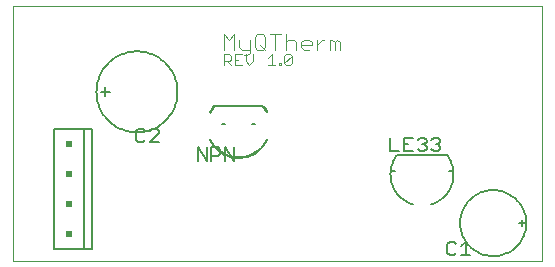
<source format=gto>
G75*
%MOIN*%
%OFA0B0*%
%FSLAX24Y24*%
%IPPOS*%
%LPD*%
%AMOC8*
5,1,8,0,0,1.08239X$1,22.5*
%
%ADD10C,0.0000*%
%ADD11C,0.0040*%
%ADD12C,0.0030*%
%ADD13C,0.0060*%
%ADD14C,0.0050*%
%ADD15C,0.0005*%
%ADD16R,0.0200X0.0200*%
D10*
X000175Y000150D02*
X000175Y008646D01*
X017795Y008646D01*
X017795Y000150D01*
X000175Y000150D01*
D11*
X007884Y006997D02*
X007971Y006997D01*
X008058Y007083D01*
X008058Y007517D01*
X008226Y007604D02*
X008313Y007690D01*
X008487Y007690D01*
X008573Y007604D01*
X008573Y007257D01*
X008487Y007170D01*
X008313Y007170D01*
X008226Y007257D01*
X008226Y007604D01*
X008400Y007343D02*
X008573Y007170D01*
X008915Y007170D02*
X008915Y007690D01*
X008742Y007690D02*
X009089Y007690D01*
X009258Y007690D02*
X009258Y007170D01*
X009605Y007170D02*
X009605Y007430D01*
X009518Y007517D01*
X009344Y007517D01*
X009258Y007430D01*
X009773Y007430D02*
X009773Y007257D01*
X009860Y007170D01*
X010033Y007170D01*
X010289Y007170D02*
X010289Y007517D01*
X010462Y007517D02*
X010549Y007517D01*
X010462Y007517D02*
X010289Y007343D01*
X010120Y007343D02*
X010120Y007430D01*
X010033Y007517D01*
X009860Y007517D01*
X009773Y007430D01*
X009773Y007343D02*
X010120Y007343D01*
X010719Y007170D02*
X010719Y007517D01*
X010805Y007517D01*
X010892Y007430D01*
X010979Y007517D01*
X011066Y007430D01*
X011066Y007170D01*
X010892Y007170D02*
X010892Y007430D01*
X008058Y007170D02*
X007797Y007170D01*
X007711Y007257D01*
X007711Y007517D01*
X007542Y007690D02*
X007542Y007170D01*
X007195Y007170D02*
X007195Y007690D01*
X007368Y007517D01*
X007542Y007690D01*
D12*
X007558Y007035D02*
X007558Y006665D01*
X007805Y006665D01*
X007927Y006788D02*
X008050Y006665D01*
X008174Y006788D01*
X008174Y007035D01*
X007927Y007035D02*
X007927Y006788D01*
X007682Y006850D02*
X007558Y006850D01*
X007437Y006850D02*
X007375Y006788D01*
X007190Y006788D01*
X007313Y006788D02*
X007437Y006665D01*
X007437Y006850D02*
X007437Y006974D01*
X007375Y007035D01*
X007190Y007035D01*
X007190Y006665D01*
X007558Y007035D02*
X007805Y007035D01*
X008663Y006912D02*
X008787Y007035D01*
X008787Y006665D01*
X008910Y006665D02*
X008663Y006665D01*
X009032Y006665D02*
X009093Y006665D01*
X009093Y006727D01*
X009032Y006727D01*
X009032Y006665D01*
X009216Y006727D02*
X009463Y006974D01*
X009463Y006727D01*
X009401Y006665D01*
X009277Y006665D01*
X009216Y006727D01*
X009216Y006974D01*
X009277Y007035D01*
X009401Y007035D01*
X009463Y006974D01*
D13*
X002950Y005775D02*
X002952Y005848D01*
X002958Y005921D01*
X002968Y005993D01*
X002982Y006065D01*
X002999Y006136D01*
X003021Y006206D01*
X003046Y006275D01*
X003075Y006342D01*
X003107Y006407D01*
X003143Y006471D01*
X003183Y006533D01*
X003225Y006592D01*
X003271Y006649D01*
X003320Y006703D01*
X003372Y006755D01*
X003426Y006804D01*
X003483Y006850D01*
X003542Y006892D01*
X003604Y006932D01*
X003668Y006968D01*
X003733Y007000D01*
X003800Y007029D01*
X003869Y007054D01*
X003939Y007076D01*
X004010Y007093D01*
X004082Y007107D01*
X004154Y007117D01*
X004227Y007123D01*
X004300Y007125D01*
X004373Y007123D01*
X004446Y007117D01*
X004518Y007107D01*
X004590Y007093D01*
X004661Y007076D01*
X004731Y007054D01*
X004800Y007029D01*
X004867Y007000D01*
X004932Y006968D01*
X004996Y006932D01*
X005058Y006892D01*
X005117Y006850D01*
X005174Y006804D01*
X005228Y006755D01*
X005280Y006703D01*
X005329Y006649D01*
X005375Y006592D01*
X005417Y006533D01*
X005457Y006471D01*
X005493Y006407D01*
X005525Y006342D01*
X005554Y006275D01*
X005579Y006206D01*
X005601Y006136D01*
X005618Y006065D01*
X005632Y005993D01*
X005642Y005921D01*
X005648Y005848D01*
X005650Y005775D01*
X005648Y005702D01*
X005642Y005629D01*
X005632Y005557D01*
X005618Y005485D01*
X005601Y005414D01*
X005579Y005344D01*
X005554Y005275D01*
X005525Y005208D01*
X005493Y005143D01*
X005457Y005079D01*
X005417Y005017D01*
X005375Y004958D01*
X005329Y004901D01*
X005280Y004847D01*
X005228Y004795D01*
X005174Y004746D01*
X005117Y004700D01*
X005058Y004658D01*
X004996Y004618D01*
X004932Y004582D01*
X004867Y004550D01*
X004800Y004521D01*
X004731Y004496D01*
X004661Y004474D01*
X004590Y004457D01*
X004518Y004443D01*
X004446Y004433D01*
X004373Y004427D01*
X004300Y004425D01*
X004227Y004427D01*
X004154Y004433D01*
X004082Y004443D01*
X004010Y004457D01*
X003939Y004474D01*
X003869Y004496D01*
X003800Y004521D01*
X003733Y004550D01*
X003668Y004582D01*
X003604Y004618D01*
X003542Y004658D01*
X003483Y004700D01*
X003426Y004746D01*
X003372Y004795D01*
X003320Y004847D01*
X003271Y004901D01*
X003225Y004958D01*
X003183Y005017D01*
X003143Y005079D01*
X003107Y005143D01*
X003075Y005208D01*
X003046Y005275D01*
X003021Y005344D01*
X002999Y005414D01*
X002982Y005485D01*
X002968Y005557D01*
X002958Y005629D01*
X002952Y005702D01*
X002950Y005775D01*
X003100Y005775D02*
X003400Y005775D01*
X003250Y005625D02*
X003250Y005925D01*
X002800Y004525D02*
X002550Y004525D01*
X002550Y000525D01*
X002800Y000525D01*
X002800Y004525D01*
X002550Y004525D02*
X001550Y004525D01*
X001550Y000525D01*
X002550Y000525D01*
X012755Y003125D02*
X012913Y003125D01*
X012975Y003675D02*
X012938Y003624D01*
X012903Y003571D01*
X012871Y003515D01*
X012843Y003458D01*
X012819Y003399D01*
X012798Y003339D01*
X012781Y003278D01*
X012767Y003216D01*
X012758Y003153D01*
X012752Y003090D01*
X012750Y003026D01*
X012752Y002962D01*
X012758Y002899D01*
X012767Y002836D01*
X012780Y002774D01*
X012798Y002713D01*
X012818Y002653D01*
X012843Y002594D01*
X012870Y002537D01*
X012902Y002481D01*
X012936Y002428D01*
X012974Y002377D01*
X013015Y002328D01*
X013059Y002282D01*
X013105Y002238D01*
X013154Y002197D01*
X013205Y002160D01*
X013259Y002125D01*
X013314Y002094D01*
X013371Y002066D01*
X013430Y002042D01*
X013490Y002022D01*
X014110Y002022D02*
X014170Y002042D01*
X014229Y002066D01*
X014286Y002094D01*
X014341Y002125D01*
X014395Y002160D01*
X014446Y002197D01*
X014495Y002238D01*
X014541Y002282D01*
X014585Y002328D01*
X014626Y002377D01*
X014664Y002428D01*
X014698Y002481D01*
X014729Y002537D01*
X014757Y002594D01*
X014782Y002653D01*
X014802Y002713D01*
X014820Y002774D01*
X014833Y002836D01*
X014842Y002899D01*
X014848Y002962D01*
X014850Y003026D01*
X014848Y003090D01*
X014842Y003153D01*
X014833Y003216D01*
X014819Y003278D01*
X014802Y003339D01*
X014781Y003399D01*
X014757Y003458D01*
X014729Y003515D01*
X014697Y003571D01*
X014662Y003624D01*
X014625Y003675D01*
X012975Y003675D01*
X014687Y003125D02*
X014845Y003125D01*
X017125Y001500D02*
X017125Y001300D01*
X017025Y001400D02*
X017225Y001400D01*
X015075Y001400D02*
X015077Y001466D01*
X015083Y001531D01*
X015093Y001596D01*
X015106Y001661D01*
X015124Y001724D01*
X015145Y001787D01*
X015170Y001847D01*
X015199Y001907D01*
X015231Y001964D01*
X015266Y002020D01*
X015305Y002073D01*
X015347Y002124D01*
X015391Y002172D01*
X015439Y002217D01*
X015489Y002260D01*
X015542Y002299D01*
X015597Y002336D01*
X015654Y002369D01*
X015713Y002398D01*
X015773Y002424D01*
X015835Y002446D01*
X015898Y002465D01*
X015962Y002479D01*
X016027Y002490D01*
X016093Y002497D01*
X016159Y002500D01*
X016224Y002499D01*
X016290Y002494D01*
X016355Y002485D01*
X016420Y002472D01*
X016483Y002456D01*
X016546Y002436D01*
X016607Y002411D01*
X016667Y002384D01*
X016725Y002353D01*
X016781Y002318D01*
X016835Y002280D01*
X016886Y002239D01*
X016935Y002195D01*
X016981Y002148D01*
X017025Y002099D01*
X017065Y002047D01*
X017102Y001992D01*
X017136Y001936D01*
X017166Y001877D01*
X017193Y001817D01*
X017216Y001756D01*
X017235Y001693D01*
X017251Y001629D01*
X017263Y001564D01*
X017271Y001499D01*
X017275Y001433D01*
X017275Y001367D01*
X017271Y001301D01*
X017263Y001236D01*
X017251Y001171D01*
X017235Y001107D01*
X017216Y001044D01*
X017193Y000983D01*
X017166Y000923D01*
X017136Y000864D01*
X017102Y000808D01*
X017065Y000753D01*
X017025Y000701D01*
X016981Y000652D01*
X016935Y000605D01*
X016886Y000561D01*
X016835Y000520D01*
X016781Y000482D01*
X016725Y000447D01*
X016667Y000416D01*
X016607Y000389D01*
X016546Y000364D01*
X016483Y000344D01*
X016420Y000328D01*
X016355Y000315D01*
X016290Y000306D01*
X016224Y000301D01*
X016159Y000300D01*
X016093Y000303D01*
X016027Y000310D01*
X015962Y000321D01*
X015898Y000335D01*
X015835Y000354D01*
X015773Y000376D01*
X015713Y000402D01*
X015654Y000431D01*
X015597Y000464D01*
X015542Y000501D01*
X015489Y000540D01*
X015439Y000583D01*
X015391Y000628D01*
X015347Y000676D01*
X015305Y000727D01*
X015266Y000780D01*
X015231Y000836D01*
X015199Y000893D01*
X015170Y000953D01*
X015145Y001013D01*
X015124Y001076D01*
X015106Y001139D01*
X015093Y001204D01*
X015083Y001269D01*
X015077Y001334D01*
X015075Y001400D01*
D14*
X015261Y000775D02*
X015261Y000325D01*
X015411Y000325D02*
X015110Y000325D01*
X014950Y000400D02*
X014875Y000325D01*
X014725Y000325D01*
X014650Y000400D01*
X014650Y000700D01*
X014725Y000775D01*
X014875Y000775D01*
X014950Y000700D01*
X015110Y000625D02*
X015261Y000775D01*
X014340Y003800D02*
X014190Y003800D01*
X014115Y003875D01*
X013954Y003875D02*
X013879Y003800D01*
X013729Y003800D01*
X013654Y003875D01*
X013494Y003800D02*
X013194Y003800D01*
X013194Y004250D01*
X013494Y004250D01*
X013654Y004175D02*
X013729Y004250D01*
X013879Y004250D01*
X013954Y004175D01*
X013954Y004100D01*
X013879Y004025D01*
X013954Y003950D01*
X013954Y003875D01*
X013879Y004025D02*
X013804Y004025D01*
X014115Y004175D02*
X014190Y004250D01*
X014340Y004250D01*
X014415Y004175D01*
X014415Y004100D01*
X014340Y004025D01*
X014415Y003950D01*
X014415Y003875D01*
X014340Y003800D01*
X014340Y004025D02*
X014265Y004025D01*
X013344Y004025D02*
X013194Y004025D01*
X013034Y003800D02*
X012733Y003800D01*
X012733Y004250D01*
X008500Y005300D02*
X006850Y005300D01*
X007122Y004700D02*
X007228Y004700D01*
X008122Y004700D02*
X008228Y004700D01*
X007540Y003925D02*
X007540Y003475D01*
X007240Y003925D01*
X007240Y003475D01*
X007079Y003700D02*
X007004Y003625D01*
X006779Y003625D01*
X006779Y003475D02*
X006779Y003925D01*
X007004Y003925D01*
X007079Y003850D01*
X007079Y003700D01*
X006619Y003475D02*
X006619Y003925D01*
X006319Y003925D02*
X006619Y003475D01*
X006319Y003475D02*
X006319Y003925D01*
X005036Y004100D02*
X004735Y004100D01*
X005036Y004400D01*
X005036Y004475D01*
X004961Y004550D01*
X004810Y004550D01*
X004735Y004475D01*
X004575Y004475D02*
X004500Y004550D01*
X004350Y004550D01*
X004275Y004475D01*
X004275Y004175D01*
X004350Y004100D01*
X004500Y004100D01*
X004575Y004175D01*
D15*
X006831Y005312D02*
X006867Y005284D01*
X006866Y005284D02*
X006831Y005236D01*
X006798Y005186D01*
X006768Y005134D01*
X006742Y005081D01*
X006701Y005099D01*
X006701Y005100D01*
X006729Y005156D01*
X006760Y005210D01*
X006794Y005262D01*
X006831Y005312D01*
X006834Y005310D01*
X006797Y005260D01*
X006763Y005208D01*
X006732Y005154D01*
X006704Y005098D01*
X006708Y005096D01*
X006736Y005152D01*
X006766Y005206D01*
X006800Y005257D01*
X006837Y005307D01*
X006840Y005305D01*
X006804Y005255D01*
X006770Y005203D01*
X006739Y005150D01*
X006712Y005095D01*
X006715Y005093D01*
X006743Y005148D01*
X006773Y005201D01*
X006807Y005253D01*
X006843Y005302D01*
X006847Y005300D01*
X006810Y005251D01*
X006777Y005199D01*
X006746Y005146D01*
X006719Y005091D01*
X006723Y005090D01*
X006750Y005144D01*
X006780Y005197D01*
X006813Y005248D01*
X006850Y005297D01*
X006853Y005295D01*
X006817Y005246D01*
X006783Y005195D01*
X006753Y005142D01*
X006726Y005088D01*
X006730Y005086D01*
X006757Y005140D01*
X006787Y005193D01*
X006820Y005244D01*
X006856Y005292D01*
X006859Y005290D01*
X006823Y005241D01*
X006790Y005191D01*
X006760Y005139D01*
X006733Y005085D01*
X006737Y005083D01*
X006764Y005137D01*
X006794Y005189D01*
X006827Y005239D01*
X006862Y005288D01*
X006865Y005285D01*
X006830Y005237D01*
X006797Y005187D01*
X006767Y005135D01*
X006741Y005081D01*
X006706Y004191D02*
X006746Y004210D01*
X006775Y004154D01*
X006806Y004100D01*
X006842Y004048D01*
X006880Y003999D01*
X006921Y003951D01*
X006965Y003907D01*
X007012Y003865D01*
X007061Y003826D01*
X007112Y003790D01*
X007166Y003757D01*
X007221Y003728D01*
X007278Y003702D01*
X007337Y003679D01*
X007396Y003660D01*
X007457Y003645D01*
X007519Y003634D01*
X007581Y003626D01*
X007644Y003622D01*
X007706Y003622D01*
X007769Y003626D01*
X007831Y003634D01*
X007893Y003645D01*
X007954Y003660D01*
X008013Y003679D01*
X008072Y003702D01*
X008129Y003728D01*
X008184Y003757D01*
X008238Y003790D01*
X008289Y003826D01*
X008338Y003865D01*
X008385Y003907D01*
X008429Y003951D01*
X008470Y003999D01*
X008508Y004048D01*
X008544Y004100D01*
X008575Y004154D01*
X008604Y004210D01*
X008644Y004191D01*
X008645Y004191D01*
X008615Y004132D01*
X008582Y004076D01*
X008545Y004022D01*
X008505Y003970D01*
X008462Y003921D01*
X008416Y003874D01*
X008367Y003830D01*
X008316Y003790D01*
X008263Y003752D01*
X008207Y003718D01*
X008149Y003687D01*
X008089Y003660D01*
X008028Y003637D01*
X007966Y003617D01*
X007902Y003601D01*
X007838Y003589D01*
X007773Y003581D01*
X007708Y003577D01*
X007642Y003577D01*
X007577Y003581D01*
X007512Y003589D01*
X007448Y003601D01*
X007384Y003617D01*
X007322Y003637D01*
X007261Y003660D01*
X007201Y003687D01*
X007143Y003718D01*
X007087Y003752D01*
X007034Y003790D01*
X006983Y003830D01*
X006934Y003874D01*
X006888Y003921D01*
X006845Y003970D01*
X006805Y004022D01*
X006768Y004076D01*
X006735Y004132D01*
X006705Y004191D01*
X006709Y004192D01*
X006739Y004134D01*
X006772Y004078D01*
X006808Y004024D01*
X006848Y003973D01*
X006891Y003923D01*
X006937Y003877D01*
X006985Y003833D01*
X007036Y003793D01*
X007090Y003756D01*
X007145Y003722D01*
X007203Y003691D01*
X007262Y003664D01*
X007323Y003641D01*
X007385Y003621D01*
X007449Y003605D01*
X007513Y003593D01*
X007577Y003585D01*
X007642Y003581D01*
X007708Y003581D01*
X007773Y003585D01*
X007837Y003593D01*
X007901Y003605D01*
X007965Y003621D01*
X008027Y003641D01*
X008088Y003664D01*
X008147Y003691D01*
X008205Y003722D01*
X008260Y003756D01*
X008314Y003793D01*
X008365Y003833D01*
X008413Y003877D01*
X008459Y003923D01*
X008502Y003973D01*
X008542Y004024D01*
X008578Y004078D01*
X008611Y004134D01*
X008641Y004192D01*
X008638Y004194D01*
X008608Y004136D01*
X008575Y004080D01*
X008538Y004027D01*
X008499Y003975D01*
X008456Y003926D01*
X008411Y003880D01*
X008362Y003836D01*
X008311Y003796D01*
X008258Y003759D01*
X008203Y003725D01*
X008145Y003695D01*
X008086Y003668D01*
X008026Y003644D01*
X007964Y003625D01*
X007901Y003609D01*
X007837Y003597D01*
X007772Y003589D01*
X007707Y003585D01*
X007643Y003585D01*
X007578Y003589D01*
X007513Y003597D01*
X007449Y003609D01*
X007386Y003625D01*
X007324Y003644D01*
X007264Y003668D01*
X007205Y003695D01*
X007147Y003725D01*
X007092Y003759D01*
X007039Y003796D01*
X006988Y003836D01*
X006939Y003880D01*
X006894Y003926D01*
X006851Y003975D01*
X006812Y004027D01*
X006775Y004080D01*
X006742Y004136D01*
X006712Y004194D01*
X006716Y004196D01*
X006746Y004138D01*
X006779Y004083D01*
X006815Y004029D01*
X006854Y003978D01*
X006897Y003929D01*
X006942Y003883D01*
X006990Y003840D01*
X007041Y003799D01*
X007094Y003762D01*
X007149Y003728D01*
X007206Y003698D01*
X007265Y003671D01*
X007326Y003648D01*
X007387Y003629D01*
X007450Y003613D01*
X007514Y003601D01*
X007578Y003593D01*
X007643Y003589D01*
X007707Y003589D01*
X007772Y003593D01*
X007836Y003601D01*
X007900Y003613D01*
X007963Y003629D01*
X008024Y003648D01*
X008085Y003671D01*
X008144Y003698D01*
X008201Y003728D01*
X008256Y003762D01*
X008309Y003799D01*
X008360Y003840D01*
X008408Y003883D01*
X008453Y003929D01*
X008496Y003978D01*
X008535Y004029D01*
X008571Y004083D01*
X008604Y004138D01*
X008634Y004196D01*
X008630Y004198D01*
X008601Y004140D01*
X008568Y004085D01*
X008532Y004031D01*
X008493Y003980D01*
X008450Y003932D01*
X008405Y003886D01*
X008357Y003843D01*
X008307Y003802D01*
X008254Y003766D01*
X008199Y003732D01*
X008142Y003702D01*
X008083Y003675D01*
X008023Y003652D01*
X007962Y003633D01*
X007899Y003617D01*
X007836Y003605D01*
X007772Y003597D01*
X007707Y003593D01*
X007643Y003593D01*
X007578Y003597D01*
X007514Y003605D01*
X007451Y003617D01*
X007388Y003633D01*
X007327Y003652D01*
X007267Y003675D01*
X007208Y003702D01*
X007151Y003732D01*
X007096Y003766D01*
X007043Y003802D01*
X006993Y003843D01*
X006945Y003886D01*
X006900Y003932D01*
X006857Y003980D01*
X006818Y004031D01*
X006782Y004085D01*
X006749Y004140D01*
X006720Y004198D01*
X006723Y004199D01*
X006753Y004142D01*
X006785Y004087D01*
X006821Y004034D01*
X006860Y003983D01*
X006903Y003934D01*
X006948Y003889D01*
X006995Y003846D01*
X007046Y003806D01*
X007098Y003769D01*
X007153Y003735D01*
X007210Y003705D01*
X007268Y003679D01*
X007328Y003656D01*
X007390Y003636D01*
X007452Y003621D01*
X007515Y003609D01*
X007579Y003601D01*
X007643Y003597D01*
X007707Y003597D01*
X007771Y003601D01*
X007835Y003609D01*
X007898Y003621D01*
X007960Y003636D01*
X008022Y003656D01*
X008082Y003679D01*
X008140Y003705D01*
X008197Y003735D01*
X008252Y003769D01*
X008304Y003806D01*
X008355Y003846D01*
X008402Y003889D01*
X008447Y003934D01*
X008490Y003983D01*
X008529Y004034D01*
X008565Y004087D01*
X008597Y004142D01*
X008627Y004199D01*
X008623Y004201D01*
X008594Y004144D01*
X008561Y004089D01*
X008525Y004036D01*
X008486Y003985D01*
X008444Y003937D01*
X008400Y003891D01*
X008352Y003849D01*
X008302Y003809D01*
X008249Y003772D01*
X008195Y003739D01*
X008138Y003709D01*
X008080Y003682D01*
X008020Y003659D01*
X007959Y003640D01*
X007897Y003625D01*
X007834Y003613D01*
X007771Y003605D01*
X007707Y003601D01*
X007643Y003601D01*
X007579Y003605D01*
X007516Y003613D01*
X007453Y003625D01*
X007391Y003640D01*
X007330Y003659D01*
X007270Y003682D01*
X007212Y003709D01*
X007155Y003739D01*
X007101Y003772D01*
X007048Y003809D01*
X006998Y003849D01*
X006950Y003891D01*
X006906Y003937D01*
X006864Y003985D01*
X006825Y004036D01*
X006789Y004089D01*
X006756Y004144D01*
X006727Y004201D01*
X006731Y004203D01*
X006760Y004146D01*
X006792Y004091D01*
X006828Y004038D01*
X006867Y003988D01*
X006908Y003940D01*
X006953Y003894D01*
X007001Y003852D01*
X007051Y003812D01*
X007103Y003776D01*
X007157Y003742D01*
X007213Y003712D01*
X007271Y003686D01*
X007331Y003663D01*
X007392Y003644D01*
X007454Y003629D01*
X007516Y003617D01*
X007580Y003609D01*
X007643Y003605D01*
X007707Y003605D01*
X007770Y003609D01*
X007834Y003617D01*
X007896Y003629D01*
X007958Y003644D01*
X008019Y003663D01*
X008079Y003686D01*
X008137Y003712D01*
X008193Y003742D01*
X008247Y003776D01*
X008299Y003812D01*
X008349Y003852D01*
X008397Y003894D01*
X008442Y003940D01*
X008483Y003988D01*
X008522Y004038D01*
X008558Y004091D01*
X008590Y004146D01*
X008619Y004203D01*
X008616Y004204D01*
X008587Y004148D01*
X008555Y004093D01*
X008519Y004041D01*
X008480Y003990D01*
X008439Y003942D01*
X008394Y003897D01*
X008347Y003855D01*
X008297Y003815D01*
X008245Y003779D01*
X008191Y003746D01*
X008135Y003716D01*
X008077Y003690D01*
X008018Y003667D01*
X007957Y003648D01*
X007896Y003633D01*
X007833Y003621D01*
X007770Y003613D01*
X007707Y003609D01*
X007643Y003609D01*
X007580Y003613D01*
X007517Y003621D01*
X007454Y003633D01*
X007393Y003648D01*
X007332Y003667D01*
X007273Y003690D01*
X007215Y003716D01*
X007159Y003746D01*
X007105Y003779D01*
X007053Y003815D01*
X007003Y003855D01*
X006956Y003897D01*
X006911Y003942D01*
X006870Y003990D01*
X006831Y004041D01*
X006795Y004093D01*
X006763Y004148D01*
X006734Y004204D01*
X006738Y004206D01*
X006767Y004150D01*
X006799Y004095D01*
X006834Y004043D01*
X006873Y003993D01*
X006914Y003945D01*
X006959Y003900D01*
X007006Y003858D01*
X007055Y003819D01*
X007107Y003782D01*
X007161Y003749D01*
X007217Y003720D01*
X007275Y003693D01*
X007334Y003671D01*
X007394Y003652D01*
X007455Y003637D01*
X007517Y003625D01*
X007580Y003617D01*
X007643Y003613D01*
X007707Y003613D01*
X007770Y003617D01*
X007833Y003625D01*
X007895Y003637D01*
X007956Y003652D01*
X008016Y003671D01*
X008075Y003693D01*
X008133Y003720D01*
X008189Y003749D01*
X008243Y003782D01*
X008295Y003819D01*
X008344Y003858D01*
X008391Y003900D01*
X008436Y003945D01*
X008477Y003993D01*
X008516Y004043D01*
X008551Y004095D01*
X008583Y004150D01*
X008612Y004206D01*
X008609Y004208D01*
X008580Y004152D01*
X008548Y004097D01*
X008512Y004045D01*
X008474Y003995D01*
X008433Y003948D01*
X008388Y003903D01*
X008342Y003861D01*
X008292Y003822D01*
X008241Y003786D01*
X008187Y003753D01*
X008131Y003723D01*
X008074Y003697D01*
X008015Y003675D01*
X007955Y003656D01*
X007894Y003640D01*
X007832Y003629D01*
X007769Y003621D01*
X007706Y003617D01*
X007644Y003617D01*
X007581Y003621D01*
X007518Y003629D01*
X007456Y003640D01*
X007395Y003656D01*
X007335Y003675D01*
X007276Y003697D01*
X007219Y003723D01*
X007163Y003753D01*
X007109Y003786D01*
X007058Y003822D01*
X007008Y003861D01*
X006962Y003903D01*
X006917Y003948D01*
X006876Y003995D01*
X006838Y004045D01*
X006802Y004097D01*
X006770Y004152D01*
X006741Y004208D01*
X006745Y004209D01*
X006774Y004154D01*
X006806Y004100D01*
X006841Y004048D01*
X006879Y003998D01*
X006920Y003951D01*
X006964Y003906D01*
X007011Y003864D01*
X007060Y003825D01*
X007112Y003789D01*
X007165Y003756D01*
X007221Y003727D01*
X007278Y003701D01*
X007336Y003678D01*
X007396Y003660D01*
X007457Y003644D01*
X007519Y003633D01*
X007581Y003625D01*
X007644Y003621D01*
X007706Y003621D01*
X007769Y003625D01*
X007831Y003633D01*
X007893Y003644D01*
X007954Y003660D01*
X008014Y003678D01*
X008072Y003701D01*
X008129Y003727D01*
X008185Y003756D01*
X008238Y003789D01*
X008290Y003825D01*
X008339Y003864D01*
X008386Y003906D01*
X008430Y003951D01*
X008471Y003998D01*
X008509Y004048D01*
X008544Y004100D01*
X008576Y004154D01*
X008605Y004209D01*
X008644Y005109D02*
X008604Y005090D01*
X008578Y005141D01*
X008549Y005191D01*
X008518Y005238D01*
X008484Y005284D01*
X008519Y005312D01*
X008555Y005264D01*
X008588Y005214D01*
X008618Y005163D01*
X008645Y005109D01*
X008641Y005108D01*
X008614Y005161D01*
X008584Y005212D01*
X008552Y005262D01*
X008516Y005310D01*
X008513Y005307D01*
X008548Y005260D01*
X008581Y005210D01*
X008611Y005159D01*
X008637Y005106D01*
X008634Y005104D01*
X008607Y005157D01*
X008577Y005208D01*
X008545Y005257D01*
X008510Y005305D01*
X008507Y005302D01*
X008542Y005255D01*
X008574Y005206D01*
X008604Y005155D01*
X008630Y005102D01*
X008627Y005101D01*
X008600Y005153D01*
X008571Y005204D01*
X008538Y005253D01*
X008503Y005300D01*
X008500Y005297D01*
X008535Y005250D01*
X008567Y005202D01*
X008597Y005151D01*
X008623Y005099D01*
X008619Y005097D01*
X008593Y005149D01*
X008564Y005200D01*
X008532Y005248D01*
X008497Y005295D01*
X008494Y005292D01*
X008529Y005246D01*
X008560Y005197D01*
X008590Y005147D01*
X008616Y005096D01*
X008612Y005094D01*
X008586Y005145D01*
X008557Y005195D01*
X008525Y005244D01*
X008491Y005290D01*
X008488Y005288D01*
X008522Y005241D01*
X008554Y005193D01*
X008582Y005144D01*
X008609Y005092D01*
X008605Y005091D01*
X008579Y005142D01*
X008550Y005191D01*
X008519Y005239D01*
X008485Y005285D01*
D16*
X002050Y004025D03*
X002050Y003025D03*
X002050Y002025D03*
X002050Y001025D03*
M02*

</source>
